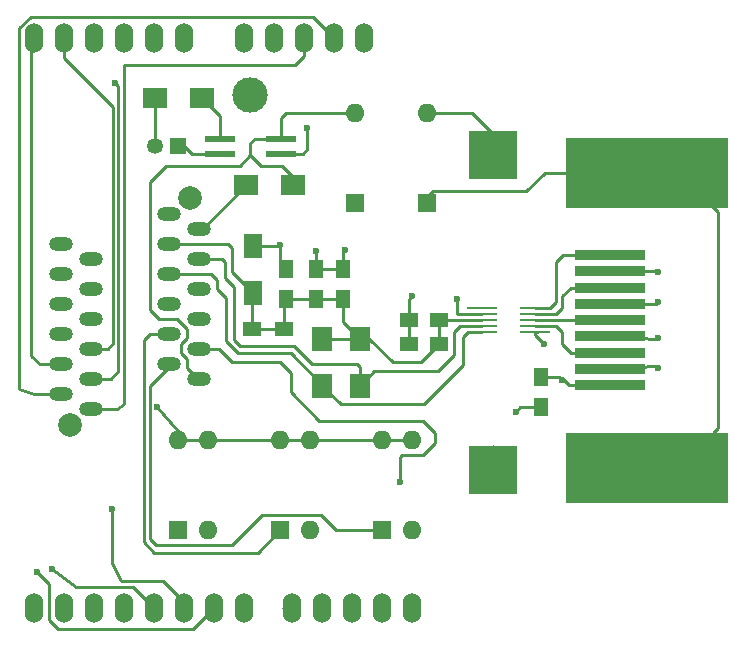
<source format=gbr>
G04 #@! TF.FileFunction,Copper,L1,Top,Signal*
%FSLAX46Y46*%
G04 Gerber Fmt 4.6, Leading zero omitted, Abs format (unit mm)*
G04 Created by KiCad (PCBNEW 4.0.5) date 01/31/17 23:14:54*
%MOMM*%
%LPD*%
G01*
G04 APERTURE LIST*
%ADD10C,0.100000*%
%ADD11O,2.000000X1.200000*%
%ADD12C,2.000000*%
%ADD13R,1.350000X1.350000*%
%ADD14C,1.350000*%
%ADD15R,2.500000X0.600000*%
%ADD16R,2.500000X0.270000*%
%ADD17R,4.064000X4.064000*%
%ADD18R,1.600000X2.000000*%
%ADD19C,3.000000*%
%ADD20R,1.600000X1.600000*%
%ADD21O,1.600000X1.600000*%
%ADD22R,2.000000X1.700000*%
%ADD23R,1.700000X2.000000*%
%ADD24R,1.250000X1.500000*%
%ADD25R,1.500000X1.250000*%
%ADD26R,1.500000X1.300000*%
%ADD27R,13.700000X6.000000*%
%ADD28R,6.000000X0.940000*%
%ADD29C,3.500000*%
%ADD30O,1.524000X2.540000*%
%ADD31C,0.600000*%
%ADD32C,0.250000*%
G04 APERTURE END LIST*
D10*
D11*
X159258000Y-97663000D03*
X161798000Y-98933000D03*
X159258000Y-100203000D03*
X161798000Y-101473000D03*
X159258000Y-102743000D03*
X161798000Y-104013000D03*
X159258000Y-105283000D03*
X161798000Y-106553000D03*
X159258000Y-107823000D03*
X161798000Y-109093000D03*
X159258000Y-110363000D03*
X161798000Y-111633000D03*
D12*
X161028000Y-96298000D03*
D13*
X160020000Y-91948000D03*
D14*
X158020000Y-91948000D03*
D15*
X168716000Y-91313000D03*
X163516000Y-91313000D03*
X168716000Y-92583000D03*
X163516000Y-92583000D03*
D16*
X185710000Y-107680000D03*
X190210000Y-107680000D03*
X185710000Y-107180000D03*
X190210000Y-107180000D03*
X185710000Y-106680000D03*
X190210000Y-106680000D03*
X185710000Y-106180000D03*
X190210000Y-106180000D03*
X185710000Y-105680000D03*
X190210000Y-105680000D03*
D17*
X186690000Y-119380000D03*
X186690000Y-92710000D03*
D18*
X166370000Y-104362000D03*
X166370000Y-100362000D03*
D19*
X166116000Y-87630000D03*
D20*
X168656000Y-124460000D03*
D21*
X171196000Y-116840000D03*
X171196000Y-124460000D03*
X168656000Y-116840000D03*
D20*
X181102000Y-96774000D03*
D21*
X181102000Y-89154000D03*
D20*
X160020000Y-124460000D03*
D21*
X162560000Y-116840000D03*
X162560000Y-124460000D03*
X160020000Y-116840000D03*
D20*
X177292000Y-124460000D03*
D21*
X179832000Y-116840000D03*
X179832000Y-124460000D03*
X177292000Y-116840000D03*
D20*
X175006000Y-96774000D03*
D21*
X175006000Y-89154000D03*
D22*
X162020000Y-87884000D03*
X158020000Y-87884000D03*
X165767000Y-95250000D03*
X169767000Y-95250000D03*
D23*
X172212000Y-108236000D03*
X172212000Y-112236000D03*
X175387000Y-108236000D03*
X175387000Y-112236000D03*
D24*
X171704000Y-104882000D03*
X171704000Y-102382000D03*
X173990000Y-104882000D03*
X173990000Y-102382000D03*
X190754000Y-111526000D03*
X190754000Y-114026000D03*
X169164000Y-104882000D03*
X169164000Y-102382000D03*
D25*
X182098000Y-108712000D03*
X179598000Y-108712000D03*
X182098000Y-106680000D03*
X179598000Y-106680000D03*
D26*
X166290000Y-107442000D03*
X168990000Y-107442000D03*
D11*
X152654000Y-114173000D03*
X150114000Y-112903000D03*
X152654000Y-111633000D03*
X150114000Y-110363000D03*
X152654000Y-109093000D03*
X150114000Y-107823000D03*
X152654000Y-106553000D03*
X150114000Y-105283000D03*
X152654000Y-104013000D03*
X150114000Y-102743000D03*
X152654000Y-101473000D03*
X150114000Y-100203000D03*
D12*
X150884000Y-115538000D03*
D27*
X199684000Y-119180000D03*
D28*
X196604000Y-103920000D03*
X196604000Y-102540000D03*
X196604000Y-105300000D03*
X196604000Y-106680000D03*
X196604000Y-101160000D03*
X196604000Y-112200000D03*
X196604000Y-110820000D03*
X196604000Y-109440000D03*
X196604000Y-108060000D03*
D27*
X199684000Y-94180000D03*
D29*
X197104000Y-94180000D03*
X197104000Y-119180000D03*
D30*
X147828000Y-82804000D03*
X150368000Y-82804000D03*
X152908000Y-82804000D03*
X160528000Y-82804000D03*
X157988000Y-82804000D03*
X155448000Y-82804000D03*
X165608000Y-82804000D03*
X168148000Y-82804000D03*
X170688000Y-82804000D03*
X175768000Y-82804000D03*
X147828000Y-131064000D03*
X150368000Y-131064000D03*
X152908000Y-131064000D03*
X155448000Y-131064000D03*
X157988000Y-131064000D03*
X160528000Y-131064000D03*
X163068000Y-131064000D03*
X165608000Y-131064000D03*
X169672000Y-131064000D03*
X172212000Y-131064000D03*
X174752000Y-131064000D03*
X177292000Y-131064000D03*
X179832000Y-131064000D03*
X173228000Y-82804000D03*
D31*
X188595000Y-114427000D03*
X186690000Y-119380000D03*
X174117000Y-100711000D03*
X170942000Y-90424000D03*
X200660000Y-110744000D03*
X200660000Y-108204000D03*
X200660000Y-105156000D03*
X200660000Y-102616000D03*
X171704000Y-100838000D03*
X183642000Y-104902000D03*
X179832000Y-104648000D03*
X168656000Y-100330000D03*
X192532000Y-111760000D03*
X191008000Y-108712000D03*
X158242000Y-114046000D03*
X178816000Y-120396000D03*
X200600000Y-117500000D03*
X154686000Y-86614000D03*
X149352000Y-127762000D03*
X154432000Y-122682000D03*
X148082000Y-128016000D03*
D32*
X175387000Y-108236000D02*
X176181000Y-108236000D01*
X176181000Y-108236000D02*
X178181000Y-110236000D01*
X180574000Y-110236000D02*
X182098000Y-108712000D01*
X178181000Y-110236000D02*
X180574000Y-110236000D01*
X172212000Y-108236000D02*
X175387000Y-108236000D01*
X173990000Y-104882000D02*
X173990000Y-106839000D01*
X173990000Y-106839000D02*
X175387000Y-108236000D01*
X171704000Y-104882000D02*
X173990000Y-104882000D01*
X169164000Y-104882000D02*
X171704000Y-104882000D01*
X168990000Y-107442000D02*
X166290000Y-107442000D01*
X159258000Y-100203000D02*
X164211000Y-100203000D01*
X164592000Y-102584000D02*
X166370000Y-104362000D01*
X164592000Y-100584000D02*
X164592000Y-102584000D01*
X164211000Y-100203000D02*
X164592000Y-100584000D01*
X166290000Y-107442000D02*
X166290000Y-104442000D01*
X166290000Y-104442000D02*
X166370000Y-104362000D01*
X173736000Y-105136000D02*
X173482000Y-104882000D01*
X169164000Y-104882000D02*
X168990000Y-105056000D01*
X168990000Y-105056000D02*
X168990000Y-107442000D01*
X182098000Y-106680000D02*
X185710000Y-106680000D01*
X182098000Y-108712000D02*
X182098000Y-106680000D01*
X188996000Y-114026000D02*
X190754000Y-114026000D01*
X188595000Y-114427000D02*
X188996000Y-114026000D01*
X173990000Y-102382000D02*
X173990000Y-100838000D01*
X173990000Y-100838000D02*
X174117000Y-100711000D01*
X171704000Y-102382000D02*
X173990000Y-102382000D01*
X168716000Y-92583000D02*
X170561000Y-92583000D01*
X170942000Y-92202000D02*
X170942000Y-90424000D01*
X170561000Y-92583000D02*
X170942000Y-92202000D01*
X186690000Y-92710000D02*
X186690000Y-90932000D01*
X186690000Y-90932000D02*
X184912000Y-89154000D01*
X184912000Y-89154000D02*
X181102000Y-89154000D01*
X168716000Y-92583000D02*
X169037000Y-92583000D01*
X186690000Y-119380000D02*
X186690000Y-117348000D01*
X195834000Y-110820000D02*
X200482000Y-110566000D01*
X200482000Y-110566000D02*
X200660000Y-110744000D01*
X195834000Y-108060000D02*
X200550000Y-108314000D01*
X200550000Y-108314000D02*
X200660000Y-108204000D01*
X200516000Y-105300000D02*
X195834000Y-105300000D01*
X200660000Y-105156000D02*
X200516000Y-105300000D01*
X195834000Y-102540000D02*
X200584000Y-102540000D01*
X200584000Y-102540000D02*
X200660000Y-102616000D01*
X171704000Y-102382000D02*
X171704000Y-100838000D01*
X173990000Y-102382000D02*
X173990000Y-102108000D01*
X185710000Y-106180000D02*
X183650000Y-106180000D01*
X183642000Y-106172000D02*
X183642000Y-104902000D01*
X183650000Y-106180000D02*
X183642000Y-106172000D01*
X179598000Y-106680000D02*
X179598000Y-104882000D01*
X179598000Y-104882000D02*
X179832000Y-104648000D01*
X179598000Y-108712000D02*
X179598000Y-106680000D01*
X168656000Y-100330000D02*
X168656000Y-101874000D01*
X168656000Y-101874000D02*
X169164000Y-102382000D01*
X168624000Y-100362000D02*
X166370000Y-100362000D01*
X168656000Y-100330000D02*
X168624000Y-100362000D01*
X186690000Y-119380000D02*
X186690000Y-118090000D01*
X169350000Y-102200000D02*
X169400000Y-102150000D01*
X195834000Y-112200000D02*
X193108000Y-112200000D01*
X192668000Y-111760000D02*
X192532000Y-111760000D01*
X193108000Y-112200000D02*
X192668000Y-111760000D01*
X190210000Y-107680000D02*
X190210000Y-107914000D01*
X192298000Y-111526000D02*
X190754000Y-111526000D01*
X192532000Y-111760000D02*
X192298000Y-111526000D01*
X190210000Y-107914000D02*
X191008000Y-108712000D01*
X190500000Y-107696000D02*
X190210000Y-107680000D01*
X160020000Y-91948000D02*
X160528000Y-91948000D01*
X160528000Y-91948000D02*
X161163000Y-92583000D01*
X161163000Y-92583000D02*
X163516000Y-92583000D01*
X158020000Y-87884000D02*
X158020000Y-91948000D01*
X161798000Y-98933000D02*
X162084000Y-98933000D01*
X162084000Y-98933000D02*
X165767000Y-95250000D01*
X177292000Y-116840000D02*
X179832000Y-116840000D01*
X171196000Y-116840000D02*
X177292000Y-116840000D01*
X168656000Y-116840000D02*
X171196000Y-116840000D01*
X162560000Y-116840000D02*
X168656000Y-116840000D01*
X160020000Y-116840000D02*
X162560000Y-116840000D01*
X158242000Y-114046000D02*
X160020000Y-116078000D01*
X160020000Y-116078000D02*
X160020000Y-116840000D01*
X185710000Y-107680000D02*
X184547000Y-107680000D01*
X184547000Y-107680000D02*
X184150000Y-108077000D01*
X184150000Y-108077000D02*
X184150000Y-110490000D01*
X184150000Y-110490000D02*
X180848000Y-113792000D01*
X180848000Y-113792000D02*
X173768000Y-113792000D01*
X173768000Y-113792000D02*
X172212000Y-112236000D01*
X159258000Y-102743000D02*
X162814000Y-102743000D01*
X169545000Y-109474000D02*
X172212000Y-112141000D01*
X165100000Y-109474000D02*
X169545000Y-109474000D01*
X164084000Y-108458000D02*
X165100000Y-109474000D01*
X164084000Y-104775000D02*
X164084000Y-108458000D01*
X163322000Y-104013000D02*
X164084000Y-104775000D01*
X163322000Y-103251000D02*
X163322000Y-104013000D01*
X162814000Y-102743000D02*
X163322000Y-103251000D01*
X172212000Y-112141000D02*
X172212000Y-112236000D01*
X159385000Y-102870000D02*
X159258000Y-102743000D01*
X185710000Y-107180000D02*
X183904000Y-107180000D01*
X176625000Y-110998000D02*
X175387000Y-112236000D01*
X181991000Y-110998000D02*
X176625000Y-110998000D01*
X183388000Y-109601000D02*
X181991000Y-110998000D01*
X183388000Y-107696000D02*
X183388000Y-109601000D01*
X183904000Y-107180000D02*
X183388000Y-107696000D01*
X161798000Y-101473000D02*
X163703000Y-101473000D01*
X175387000Y-110617000D02*
X175387000Y-112236000D01*
X175133000Y-110363000D02*
X175387000Y-110617000D01*
X171323000Y-110363000D02*
X175133000Y-110363000D01*
X169799000Y-108839000D02*
X171323000Y-110363000D01*
X165227000Y-108839000D02*
X169799000Y-108839000D01*
X164719000Y-108331000D02*
X165227000Y-108839000D01*
X164719000Y-103886000D02*
X164719000Y-108331000D01*
X163957000Y-103124000D02*
X164719000Y-103886000D01*
X163957000Y-101727000D02*
X163957000Y-103124000D01*
X163703000Y-101473000D02*
X163957000Y-101727000D01*
X159258000Y-107823000D02*
X157607000Y-107823000D01*
X166751000Y-126365000D02*
X168656000Y-124460000D01*
X157988000Y-126365000D02*
X166751000Y-126365000D01*
X157099000Y-125476000D02*
X157988000Y-126365000D01*
X157099000Y-108331000D02*
X157099000Y-125476000D01*
X157607000Y-107823000D02*
X157099000Y-108331000D01*
X163449000Y-109093000D02*
X161798000Y-109093000D01*
X164592000Y-110236000D02*
X163449000Y-109093000D01*
X168656000Y-110236000D02*
X164592000Y-110236000D01*
X169545000Y-111125000D02*
X168656000Y-110236000D01*
X169545000Y-112776000D02*
X169545000Y-111125000D01*
X171958000Y-115189000D02*
X169545000Y-112776000D01*
X180721000Y-115189000D02*
X171958000Y-115189000D01*
X181737000Y-116205000D02*
X180721000Y-115189000D01*
X181737000Y-117094000D02*
X181737000Y-116205000D01*
X180721000Y-118110000D02*
X181737000Y-117094000D01*
X178943000Y-118110000D02*
X180721000Y-118110000D01*
X178816000Y-118237000D02*
X178943000Y-118110000D01*
X178816000Y-120396000D02*
X178816000Y-118237000D01*
X159258000Y-110363000D02*
X159258000Y-110617000D01*
X159258000Y-110617000D02*
X157607000Y-112268000D01*
X157607000Y-112268000D02*
X157607000Y-125222000D01*
X157607000Y-125222000D02*
X158115000Y-125730000D01*
X158115000Y-125730000D02*
X164592000Y-125730000D01*
X164592000Y-125730000D02*
X167132000Y-123190000D01*
X167132000Y-123190000D02*
X172085000Y-123190000D01*
X172085000Y-123190000D02*
X173355000Y-124460000D01*
X173355000Y-124460000D02*
X177292000Y-124460000D01*
X168716000Y-91313000D02*
X166497000Y-91313000D01*
X166497000Y-91313000D02*
X166116000Y-91694000D01*
X166116000Y-91694000D02*
X166116000Y-92710000D01*
X166116000Y-92710000D02*
X167005000Y-93599000D01*
X167005000Y-93599000D02*
X168783000Y-93599000D01*
X168783000Y-93599000D02*
X169767000Y-94583000D01*
X169767000Y-94583000D02*
X169767000Y-95250000D01*
X161798000Y-111633000D02*
X161671000Y-111633000D01*
X161671000Y-111633000D02*
X160782000Y-110744000D01*
X166116000Y-91694000D02*
X166497000Y-91313000D01*
X166116000Y-92710000D02*
X166116000Y-91694000D01*
X165227000Y-93599000D02*
X166116000Y-92710000D01*
X159004000Y-93599000D02*
X165227000Y-93599000D01*
X157607000Y-94996000D02*
X159004000Y-93599000D01*
X157607000Y-105791000D02*
X157607000Y-94996000D01*
X158369000Y-106553000D02*
X157607000Y-105791000D01*
X159893000Y-106553000D02*
X158369000Y-106553000D01*
X160782000Y-107442000D02*
X159893000Y-106553000D01*
X160782000Y-108204000D02*
X160782000Y-107442000D01*
X160274000Y-108712000D02*
X160782000Y-108204000D01*
X160274000Y-109474000D02*
X160274000Y-108712000D01*
X160782000Y-109982000D02*
X160274000Y-109474000D01*
X160782000Y-110744000D02*
X160782000Y-109982000D01*
X175006000Y-89154000D02*
X169164000Y-89154000D01*
X168716000Y-89602000D02*
X168716000Y-91313000D01*
X169164000Y-89154000D02*
X168716000Y-89602000D01*
X181102000Y-96774000D02*
X181102000Y-96266000D01*
X181102000Y-96266000D02*
X181610000Y-95758000D01*
X181610000Y-95758000D02*
X189484000Y-95758000D01*
X189484000Y-95758000D02*
X191062000Y-94180000D01*
X191062000Y-94180000D02*
X199684000Y-94180000D01*
X199684000Y-119180000D02*
X202384000Y-119180000D01*
X202384000Y-119180000D02*
X205740000Y-115824000D01*
X205740000Y-115824000D02*
X205740000Y-97536000D01*
X205740000Y-97536000D02*
X202384000Y-94180000D01*
X202384000Y-94180000D02*
X199684000Y-94180000D01*
X195000000Y-95000000D02*
X193420000Y-95000000D01*
X195000000Y-117500000D02*
X200400000Y-117500000D01*
X200400000Y-117500000D02*
X200600000Y-117500000D01*
X163516000Y-91313000D02*
X163516000Y-89380000D01*
X163516000Y-89380000D02*
X162020000Y-87884000D01*
X190210000Y-107180000D02*
X192016000Y-107180000D01*
X193260000Y-109440000D02*
X195834000Y-109440000D01*
X192532000Y-108712000D02*
X193260000Y-109440000D01*
X192532000Y-107696000D02*
X192532000Y-108712000D01*
X192016000Y-107180000D02*
X192532000Y-107696000D01*
X190210000Y-106680000D02*
X195834000Y-106680000D01*
X190210000Y-106180000D02*
X192016000Y-106180000D01*
X193260000Y-103920000D02*
X195834000Y-103920000D01*
X192532000Y-104648000D02*
X193260000Y-103920000D01*
X192532000Y-105664000D02*
X192532000Y-104648000D01*
X192016000Y-106180000D02*
X192532000Y-105664000D01*
X195834000Y-101160000D02*
X192600000Y-101160000D01*
X191500000Y-105680000D02*
X190210000Y-105680000D01*
X192024000Y-105156000D02*
X191500000Y-105680000D01*
X192024000Y-101736000D02*
X192024000Y-105156000D01*
X192600000Y-101160000D02*
X192024000Y-101736000D01*
X152654000Y-114173000D02*
X154813000Y-114173000D01*
X170688000Y-84328000D02*
X170688000Y-82804000D01*
X169926000Y-85090000D02*
X170688000Y-84328000D01*
X155448000Y-85090000D02*
X169926000Y-85090000D01*
X155448000Y-113792000D02*
X155448000Y-85090000D01*
X154813000Y-114173000D02*
X155448000Y-113792000D01*
X150114000Y-112903000D02*
X147828000Y-112903000D01*
X171450000Y-81026000D02*
X173228000Y-82804000D01*
X147574000Y-81026000D02*
X171450000Y-81026000D01*
X146558000Y-81915000D02*
X147574000Y-81026000D01*
X146558000Y-112522000D02*
X146558000Y-81915000D01*
X147828000Y-112903000D02*
X146558000Y-112522000D01*
X154686000Y-86614000D02*
X154940000Y-86868000D01*
X154940000Y-86868000D02*
X154940000Y-110998000D01*
X154940000Y-110998000D02*
X154305000Y-111633000D01*
X154305000Y-111633000D02*
X152654000Y-111633000D01*
X147574000Y-83058000D02*
X147574000Y-84836000D01*
X148717000Y-110363000D02*
X148336000Y-110363000D01*
X148336000Y-110363000D02*
X147574000Y-109728000D01*
X147574000Y-109728000D02*
X147574000Y-84836000D01*
X148717000Y-110363000D02*
X150114000Y-110363000D01*
X147574000Y-83058000D02*
X147828000Y-82804000D01*
X152654000Y-109093000D02*
X154051000Y-109093000D01*
X150368000Y-84524002D02*
X150368000Y-82804000D01*
X154489998Y-88646000D02*
X150368000Y-84524002D01*
X154489998Y-108654002D02*
X154489998Y-88646000D01*
X154051000Y-109093000D02*
X154489998Y-108654002D01*
X152908000Y-132080000D02*
X152908000Y-131064000D01*
X156210000Y-129286000D02*
X157988000Y-131064000D01*
X151384000Y-129286000D02*
X156210000Y-129286000D01*
X149352000Y-127762000D02*
X151384000Y-129286000D01*
X160528000Y-131064000D02*
X160528000Y-130556000D01*
X160528000Y-130556000D02*
X158750000Y-128778000D01*
X154432000Y-127254000D02*
X154432000Y-122682000D01*
X155194000Y-128778000D02*
X154432000Y-127254000D01*
X155702000Y-128778000D02*
X155194000Y-128778000D01*
X158750000Y-128778000D02*
X155702000Y-128778000D01*
X160528000Y-131064000D02*
X160528000Y-131572000D01*
X161290000Y-132842000D02*
X163068000Y-131064000D01*
X149860000Y-132842000D02*
X161290000Y-132842000D01*
X149098000Y-132080000D02*
X149860000Y-132842000D01*
X149098000Y-129032000D02*
X149098000Y-132080000D01*
X148082000Y-128016000D02*
X149098000Y-129032000D01*
X163068000Y-131826000D02*
X163068000Y-131064000D01*
X169672000Y-131064000D02*
X168910000Y-131064000D01*
M02*

</source>
